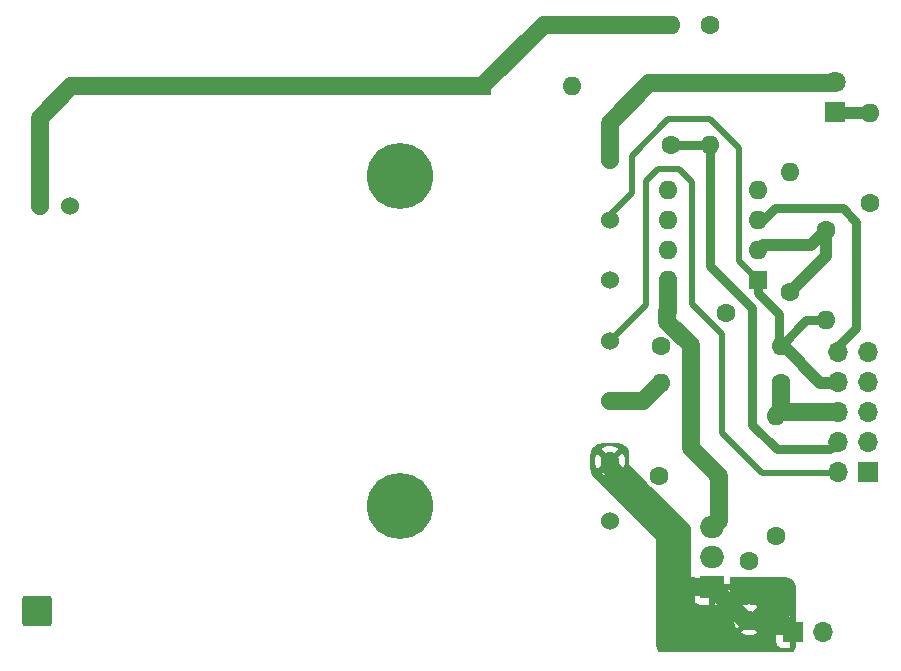
<source format=gbr>
%TF.GenerationSoftware,KiCad,Pcbnew,(6.0.5-0)*%
%TF.CreationDate,2022-06-29T07:05:30+01:00*%
%TF.ProjectId,revised_minh_design,72657669-7365-4645-9f6d-696e685f6465,rev?*%
%TF.SameCoordinates,Original*%
%TF.FileFunction,Copper,L1,Top*%
%TF.FilePolarity,Positive*%
%FSLAX46Y46*%
G04 Gerber Fmt 4.6, Leading zero omitted, Abs format (unit mm)*
G04 Created by KiCad (PCBNEW (6.0.5-0)) date 2022-06-29 07:05:30*
%MOMM*%
%LPD*%
G01*
G04 APERTURE LIST*
G04 Aperture macros list*
%AMRoundRect*
0 Rectangle with rounded corners*
0 $1 Rounding radius*
0 $2 $3 $4 $5 $6 $7 $8 $9 X,Y pos of 4 corners*
0 Add a 4 corners polygon primitive as box body*
4,1,4,$2,$3,$4,$5,$6,$7,$8,$9,$2,$3,0*
0 Add four circle primitives for the rounded corners*
1,1,$1+$1,$2,$3*
1,1,$1+$1,$4,$5*
1,1,$1+$1,$6,$7*
1,1,$1+$1,$8,$9*
0 Add four rect primitives between the rounded corners*
20,1,$1+$1,$2,$3,$4,$5,0*
20,1,$1+$1,$4,$5,$6,$7,0*
20,1,$1+$1,$6,$7,$8,$9,0*
20,1,$1+$1,$8,$9,$2,$3,0*%
G04 Aperture macros list end*
%TA.AperFunction,ComponentPad*%
%ADD10C,1.600000*%
%TD*%
%TA.AperFunction,ComponentPad*%
%ADD11O,1.600000X1.600000*%
%TD*%
%TA.AperFunction,ComponentPad*%
%ADD12R,1.600000X1.600000*%
%TD*%
%TA.AperFunction,ComponentPad*%
%ADD13C,5.600000*%
%TD*%
%TA.AperFunction,ComponentPad*%
%ADD14R,1.800000X1.800000*%
%TD*%
%TA.AperFunction,ComponentPad*%
%ADD15C,1.800000*%
%TD*%
%TA.AperFunction,ComponentPad*%
%ADD16C,1.524000*%
%TD*%
%TA.AperFunction,ComponentPad*%
%ADD17R,2.000000X1.905000*%
%TD*%
%TA.AperFunction,ComponentPad*%
%ADD18O,2.000000X1.905000*%
%TD*%
%TA.AperFunction,ComponentPad*%
%ADD19R,1.700000X1.700000*%
%TD*%
%TA.AperFunction,ComponentPad*%
%ADD20O,1.700000X1.700000*%
%TD*%
%TA.AperFunction,ComponentPad*%
%ADD21RoundRect,0.249999X1.025001X-1.025001X1.025001X1.025001X-1.025001X1.025001X-1.025001X-1.025001X0*%
%TD*%
%TA.AperFunction,Conductor*%
%ADD22C,1.500000*%
%TD*%
%TA.AperFunction,Conductor*%
%ADD23C,1.000000*%
%TD*%
%TA.AperFunction,Conductor*%
%ADD24C,0.500000*%
%TD*%
%TA.AperFunction,Conductor*%
%ADD25C,0.800000*%
%TD*%
G04 APERTURE END LIST*
D10*
%TO.P,R4,1*%
%TO.N,SGND*%
X188264800Y-41605200D03*
D11*
%TO.P,R4,2*%
%TO.N,Net-(D2-Pad1)*%
X188264800Y-33985200D03*
%TD*%
D10*
%TO.P,R1,1*%
%TO.N,Net-(R1-Pad1)*%
X181483000Y-49149000D03*
D11*
%TO.P,R1,2*%
%TO.N,SGND*%
X181483000Y-38989000D03*
%TD*%
D12*
%TO.P,D1,1,K*%
%TO.N,VMON*%
X155448000Y-31750000D03*
D11*
%TO.P,D1,2,A*%
%TO.N,SGND*%
X163068000Y-31750000D03*
%TD*%
D10*
%TO.P,C1,1*%
%TO.N,+12V*%
X178054000Y-76922000D03*
%TO.P,C1,2*%
%TO.N,SGND*%
X178054000Y-71922000D03*
%TD*%
%TO.P,R7,1*%
%TO.N,IMON_3V3*%
X180721000Y-56896000D03*
D11*
%TO.P,R7,2*%
%TO.N,IMON*%
X170561000Y-56896000D03*
%TD*%
D10*
%TO.P,R5,1*%
%TO.N,VMON_3V3*%
X171450000Y-36703000D03*
D11*
%TO.P,R5,2*%
%TO.N,VMON*%
X171450000Y-26543000D03*
%TD*%
D13*
%TO.P, ,1*%
%TO.N,SGND*%
X148463000Y-67310000D03*
%TD*%
D14*
%TO.P,D2,1,K*%
%TO.N,Net-(D2-Pad1)*%
X185267600Y-33939400D03*
D15*
%TO.P,D2,2,A*%
%TO.N,Net-(D2-Pad2)*%
X185267600Y-31399400D03*
%TD*%
D13*
%TO.P, ,1*%
%TO.N,SGND*%
X148463000Y-39370000D03*
%TD*%
D16*
%TO.P,U4,1,DC_INPUT_POWER_GROUND*%
%TO.N,SGND*%
X166243000Y-68584000D03*
%TO.P,U4,2,DC_INPUT_POWER*%
%TO.N,+12V*%
X166243000Y-63480000D03*
%TO.P,U4,2-1,HV_RTN*%
%TO.N,Net-(J2-Pad1)*%
X120523000Y-41910000D03*
%TO.P,U4,2-2,Vmon*%
%TO.N,VMON*%
X117983000Y-41910000D03*
%TO.P,U4,3,Imon*%
%TO.N,IMON*%
X166243000Y-58380000D03*
%TO.P,U4,4,HV_ENABLE*%
%TO.N,ENABLE*%
X166243000Y-53280000D03*
%TO.P,U4,5,SIGNAL_GROUND_RET*%
%TO.N,SGND*%
X166243000Y-48180000D03*
%TO.P,U4,6,Vprog*%
%TO.N,VPGM*%
X166243000Y-43080000D03*
%TO.P,U4,7,5VDC_REF*%
%TO.N,Net-(D2-Pad2)*%
X166243000Y-37980000D03*
%TD*%
D17*
%TO.P,U1,1,VI*%
%TO.N,+12V*%
X174935000Y-74168000D03*
D18*
%TO.P,U1,2,GND*%
%TO.N,SGND*%
X174935000Y-71628000D03*
%TO.P,U1,3,VO*%
%TO.N,+5V*%
X174935000Y-69088000D03*
%TD*%
D10*
%TO.P,C2,1*%
%TO.N,+5V*%
X175423200Y-64770000D03*
%TO.P,C2,2*%
%TO.N,SGND*%
X170423200Y-64770000D03*
%TD*%
%TO.P,C3,1*%
%TO.N,+5V*%
X171109000Y-50927000D03*
%TO.P,C3,2*%
%TO.N,SGND*%
X176109000Y-50927000D03*
%TD*%
%TO.P,R6,1*%
%TO.N,SGND*%
X174752000Y-26543000D03*
D11*
%TO.P,R6,2*%
%TO.N,VMON_3V3*%
X174752000Y-36703000D03*
%TD*%
D10*
%TO.P,R8,1*%
%TO.N,SGND*%
X180289200Y-69799200D03*
D11*
%TO.P,R8,2*%
%TO.N,IMON_3V3*%
X180289200Y-59639200D03*
%TD*%
D10*
%TO.P,R3,1*%
%TO.N,SGND*%
X170561000Y-53721000D03*
D11*
%TO.P,R3,2*%
%TO.N,VPGM*%
X180721000Y-53721000D03*
%TD*%
D19*
%TO.P,J3,1,Pin_1*%
%TO.N,+12V*%
X181711600Y-77927200D03*
D20*
%TO.P,J3,2,Pin_2*%
%TO.N,SGND*%
X184251600Y-77927200D03*
%TD*%
D10*
%TO.P,R2,1*%
%TO.N,Net-(R1-Pad1)*%
X184531000Y-43942000D03*
D11*
%TO.P,R2,2*%
%TO.N,VPGM*%
X184531000Y-51562000D03*
%TD*%
D12*
%TO.P,U2,1*%
%TO.N,VPGM*%
X178806000Y-48123000D03*
D11*
%TO.P,U2,2,-*%
%TO.N,Net-(R1-Pad1)*%
X178806000Y-45583000D03*
%TO.P,U2,3,+*%
%TO.N,DAC_SIG*%
X178806000Y-43043000D03*
%TO.P,U2,4,V-*%
%TO.N,SGND*%
X178806000Y-40503000D03*
%TO.P,U2,5,+*%
%TO.N,unconnected-(U2-Pad5)*%
X171186000Y-40503000D03*
%TO.P,U2,6,-*%
%TO.N,unconnected-(U2-Pad6)*%
X171186000Y-43043000D03*
%TO.P,U2,7*%
%TO.N,unconnected-(U2-Pad7)*%
X171186000Y-45583000D03*
%TO.P,U2,8,V+*%
%TO.N,+5V*%
X171186000Y-48123000D03*
%TD*%
D21*
%TO.P,J2,1,Pin_1*%
%TO.N,Net-(J2-Pad1)*%
X117704000Y-76200000D03*
%TD*%
D19*
%TO.P,J1,1,Pin_1*%
%TO.N,SGND*%
X188132400Y-64435200D03*
D20*
%TO.P,J1,2,Pin_2*%
%TO.N,ENABLE*%
X185592400Y-64435200D03*
%TO.P,J1,3,Pin_3*%
%TO.N,SGND*%
X188132400Y-61895200D03*
%TO.P,J1,4,Pin_4*%
%TO.N,VMON_3V3*%
X185592400Y-61895200D03*
%TO.P,J1,5,Pin_5*%
%TO.N,SGND*%
X188132400Y-59355200D03*
%TO.P,J1,6,Pin_6*%
%TO.N,IMON_3V3*%
X185592400Y-59355200D03*
%TO.P,J1,7,Pin_7*%
%TO.N,SGND*%
X188132400Y-56815200D03*
%TO.P,J1,8,Pin_8*%
%TO.N,VPGM*%
X185592400Y-56815200D03*
%TO.P,J1,9,Pin_9*%
%TO.N,SGND*%
X188132400Y-54275200D03*
%TO.P,J1,10,Pin_10*%
%TO.N,DAC_SIG*%
X185592400Y-54275200D03*
%TD*%
D22*
%TO.N,VMON*%
X171450000Y-26543000D02*
X171424600Y-26568400D01*
X171424600Y-26568400D02*
X160629600Y-26568400D01*
X160629600Y-26568400D02*
X155448000Y-31750000D01*
D23*
X171450000Y-26543000D02*
X171475400Y-26568400D01*
D22*
%TO.N,IMON*%
X170561000Y-56896000D02*
X169077000Y-58380000D01*
X169077000Y-58380000D02*
X166243000Y-58380000D01*
%TO.N,Net-(D2-Pad2)*%
X185267600Y-31399400D02*
X185171000Y-31496000D01*
X169570400Y-31496000D02*
X166243000Y-34823400D01*
X185171000Y-31496000D02*
X169570400Y-31496000D01*
X166243000Y-34823400D02*
X166243000Y-37980000D01*
D24*
%TO.N,VPGM*%
X178816000Y-48133000D02*
X177190400Y-46507400D01*
X171196000Y-34544000D02*
X168097200Y-37642800D01*
X168097200Y-37642800D02*
X168097200Y-40817800D01*
X168097200Y-40817800D02*
X166243000Y-42672000D01*
X177190400Y-46507400D02*
X177190400Y-36982400D01*
X177190400Y-36982400D02*
X174752000Y-34544000D01*
X174752000Y-34544000D02*
X171196000Y-34544000D01*
D23*
%TO.N,Net-(D2-Pad1)*%
X185267600Y-33939400D02*
X185313400Y-33985200D01*
X185313400Y-33985200D02*
X188264800Y-33985200D01*
D22*
%TO.N,+12V*%
X166243000Y-63480000D02*
X166243000Y-64008000D01*
X166243000Y-64008000D02*
X171577000Y-69342000D01*
X174935000Y-74168000D02*
X177754511Y-76987511D01*
X177754511Y-76987511D02*
X180771911Y-76987511D01*
X171577000Y-69342000D02*
X171577000Y-74168000D01*
X180771911Y-76987511D02*
X181711600Y-77927200D01*
X171577000Y-74168000D02*
X174935000Y-74168000D01*
%TO.N,+5V*%
X171196000Y-50840000D02*
X171109000Y-50927000D01*
X175463200Y-64770000D02*
X175463200Y-68559800D01*
X171109000Y-50927000D02*
X171109000Y-51678200D01*
X173101000Y-62407800D02*
X175463200Y-64770000D01*
X171109000Y-51678200D02*
X173101000Y-53670200D01*
X173101000Y-53670200D02*
X173101000Y-62407800D01*
X175463200Y-68559800D02*
X174935000Y-69088000D01*
X171196000Y-48133000D02*
X171196000Y-50840000D01*
X171186000Y-48123000D02*
X171196000Y-48133000D01*
D23*
%TO.N,VPGM*%
X180949600Y-53746400D02*
X184069200Y-56866000D01*
X184069200Y-56866000D02*
X185389200Y-56866000D01*
D25*
X180721000Y-53721000D02*
X182880000Y-51562000D01*
X180594000Y-53721000D02*
X180721000Y-53721000D01*
D23*
X180721800Y-53746400D02*
X180949600Y-53746400D01*
D25*
X178816000Y-49276000D02*
X178816000Y-48133000D01*
X180594000Y-53721000D02*
X180594000Y-51054000D01*
X180594000Y-51054000D02*
X178816000Y-49276000D01*
X182880000Y-51562000D02*
X184531000Y-51562000D01*
D23*
%TO.N,Net-(R1-Pad1)*%
X183271000Y-45202000D02*
X179187000Y-45202000D01*
X179187000Y-45202000D02*
X178806000Y-45583000D01*
X184531000Y-46101000D02*
X184531000Y-43942000D01*
X184531000Y-43942000D02*
X183271000Y-45202000D01*
X181483000Y-49149000D02*
X184531000Y-46101000D01*
D25*
%TO.N,DAC_SIG*%
X187096400Y-52222400D02*
X187096400Y-43205400D01*
X185592400Y-53726400D02*
X187096400Y-52222400D01*
X185592400Y-54275200D02*
X185592400Y-53726400D01*
X180187600Y-42062400D02*
X179207000Y-43043000D01*
X187096400Y-43205400D02*
X185953400Y-42062400D01*
X185953400Y-42062400D02*
X180187600Y-42062400D01*
D22*
%TO.N,VMON*%
X117983000Y-34417000D02*
X120650000Y-31750000D01*
X120650000Y-31750000D02*
X155448000Y-31750000D01*
X117983000Y-41910000D02*
X117983000Y-34417000D01*
D25*
%TO.N,VMON_3V3*%
X185389200Y-61946000D02*
X185541600Y-61946000D01*
X178308000Y-50546000D02*
X178308000Y-60401200D01*
X178308000Y-60401200D02*
X180390800Y-62484000D01*
X184851200Y-62484000D02*
X185389200Y-61946000D01*
X171450000Y-36703000D02*
X174752000Y-36703000D01*
X174752000Y-46990000D02*
X178308000Y-50546000D01*
X180390800Y-62484000D02*
X184851200Y-62484000D01*
X174752000Y-36703000D02*
X174752000Y-46990000D01*
D22*
%TO.N,IMON_3V3*%
X180721000Y-59207400D02*
X180573200Y-59355200D01*
X180573200Y-59355200D02*
X185541600Y-59355200D01*
X180721000Y-56896000D02*
X180721000Y-59207400D01*
D24*
%TO.N,ENABLE*%
X172110400Y-38760400D02*
X170332400Y-38760400D01*
X173228000Y-39878000D02*
X172110400Y-38760400D01*
X175768000Y-52679600D02*
X173228000Y-50139600D01*
X185541600Y-64486000D02*
X179167000Y-64486000D01*
X169291000Y-50232000D02*
X166243000Y-53280000D01*
X179167000Y-64486000D02*
X175768000Y-61087000D01*
X175768000Y-61087000D02*
X175768000Y-52679600D01*
X170332400Y-38760400D02*
X169291000Y-39801800D01*
X169291000Y-39801800D02*
X169291000Y-50232000D01*
X173228000Y-50139600D02*
X173228000Y-39878000D01*
%TD*%
%TA.AperFunction,Conductor*%
%TO.N,+12V*%
G36*
X167008488Y-61976393D02*
G01*
X167195824Y-61997501D01*
X167209464Y-62000614D01*
X167351557Y-62050334D01*
X167384079Y-62061714D01*
X167396688Y-62067787D01*
X167553320Y-62166206D01*
X167564262Y-62174932D01*
X167695068Y-62305738D01*
X167703794Y-62316680D01*
X167802213Y-62473312D01*
X167808285Y-62485920D01*
X167845866Y-62593317D01*
X167869386Y-62660534D01*
X167872500Y-62674179D01*
X167893607Y-62861512D01*
X167894000Y-62868510D01*
X167894000Y-63754000D01*
X169358958Y-65218958D01*
X169371523Y-65236985D01*
X169422569Y-65347714D01*
X169544605Y-65520391D01*
X169696065Y-65667937D01*
X169871877Y-65785411D01*
X169954704Y-65820996D01*
X169974226Y-65834226D01*
X172805933Y-68665933D01*
X172810052Y-68670477D01*
X172928566Y-68814886D01*
X172935373Y-68825074D01*
X173021977Y-68987099D01*
X173026666Y-68998418D01*
X173079999Y-69174234D01*
X173082389Y-69186251D01*
X173100699Y-69372158D01*
X173101000Y-69378284D01*
X173101000Y-73279000D01*
X173427000Y-73279000D01*
X173427000Y-73901569D01*
X173430641Y-73910359D01*
X173439431Y-73914000D01*
X176430568Y-73914000D01*
X176439358Y-73910359D01*
X176442999Y-73901569D01*
X176442999Y-73341500D01*
X176461305Y-73297306D01*
X176505499Y-73279000D01*
X181013330Y-73279000D01*
X181019456Y-73279301D01*
X181205366Y-73297612D01*
X181217375Y-73300000D01*
X181354183Y-73341500D01*
X181393195Y-73353334D01*
X181404514Y-73358023D01*
X181566539Y-73444627D01*
X181576726Y-73451434D01*
X181718748Y-73567988D01*
X181727412Y-73576652D01*
X181843966Y-73718674D01*
X181850773Y-73728861D01*
X181937377Y-73890886D01*
X181942066Y-73902205D01*
X181995399Y-74078021D01*
X181997789Y-74090038D01*
X182016099Y-74275944D01*
X182016400Y-74282070D01*
X182016400Y-76511546D01*
X181998094Y-76555740D01*
X181977819Y-76569288D01*
X181969241Y-76572841D01*
X181965600Y-76581631D01*
X181965600Y-79285199D01*
X181964866Y-79285199D01*
X181966307Y-79296881D01*
X181955480Y-79332573D01*
X181955480Y-79332574D01*
X181942066Y-79376795D01*
X181937377Y-79388114D01*
X181850771Y-79550142D01*
X181843964Y-79560329D01*
X181789537Y-79626649D01*
X181747350Y-79649199D01*
X181741224Y-79649500D01*
X170455176Y-79649500D01*
X170410982Y-79631194D01*
X170406863Y-79626649D01*
X170352436Y-79560329D01*
X170345629Y-79550142D01*
X170259023Y-79388114D01*
X170254334Y-79376795D01*
X170225444Y-79281558D01*
X170201000Y-79200975D01*
X170198611Y-79188962D01*
X170193449Y-79136544D01*
X170180301Y-79003056D01*
X170180000Y-78996930D01*
X170180000Y-78823596D01*
X180353601Y-78823596D01*
X180353783Y-78826966D01*
X180359925Y-78883510D01*
X180361724Y-78891078D01*
X180409864Y-79019491D01*
X180414099Y-79027226D01*
X180496028Y-79136544D01*
X180502256Y-79142772D01*
X180611574Y-79224701D01*
X180619309Y-79228936D01*
X180747725Y-79277077D01*
X180755289Y-79278875D01*
X180811830Y-79285017D01*
X180815198Y-79285200D01*
X181445169Y-79285199D01*
X181453959Y-79281558D01*
X181457600Y-79272768D01*
X181457600Y-78193631D01*
X181453959Y-78184841D01*
X181445169Y-78181200D01*
X180366032Y-78181200D01*
X180357242Y-78184841D01*
X180353601Y-78193631D01*
X180353601Y-78823596D01*
X170180000Y-78823596D01*
X170180000Y-78009099D01*
X177331260Y-78009099D01*
X177333364Y-78014178D01*
X177395270Y-78057525D01*
X177399973Y-78060240D01*
X177602456Y-78154660D01*
X177607566Y-78156520D01*
X177823365Y-78214343D01*
X177828719Y-78215287D01*
X178051280Y-78234758D01*
X178056720Y-78234758D01*
X178279281Y-78215287D01*
X178284635Y-78214343D01*
X178500434Y-78156520D01*
X178505544Y-78154660D01*
X178708027Y-78060240D01*
X178712730Y-78057525D01*
X178771706Y-78016229D01*
X178776818Y-78008205D01*
X178775629Y-78002839D01*
X178433559Y-77660769D01*
X180353600Y-77660769D01*
X180357241Y-77669559D01*
X180366031Y-77673200D01*
X181445169Y-77673200D01*
X181453959Y-77669559D01*
X181457600Y-77660769D01*
X181457600Y-76581631D01*
X181453959Y-76572841D01*
X181445169Y-76569200D01*
X180815204Y-76569201D01*
X180811834Y-76569383D01*
X180755290Y-76575525D01*
X180747722Y-76577324D01*
X180619309Y-76625464D01*
X180611574Y-76629699D01*
X180502256Y-76711628D01*
X180496028Y-76717856D01*
X180414099Y-76827174D01*
X180409864Y-76834909D01*
X180361723Y-76963325D01*
X180359925Y-76970889D01*
X180353783Y-77027430D01*
X180353600Y-77030798D01*
X180353600Y-77660769D01*
X178433559Y-77660769D01*
X178062790Y-77290000D01*
X178054000Y-77286359D01*
X178045210Y-77290000D01*
X177334901Y-78000309D01*
X177331260Y-78009099D01*
X170180000Y-78009099D01*
X170180000Y-76924720D01*
X176741242Y-76924720D01*
X176760713Y-77147281D01*
X176761657Y-77152635D01*
X176819480Y-77368434D01*
X176821340Y-77373544D01*
X176915760Y-77576027D01*
X176918475Y-77580730D01*
X176959771Y-77639706D01*
X176967795Y-77644818D01*
X176973161Y-77643629D01*
X177686000Y-76930790D01*
X177689641Y-76922000D01*
X178418359Y-76922000D01*
X178422000Y-76930790D01*
X179132309Y-77641099D01*
X179141099Y-77644740D01*
X179146178Y-77642636D01*
X179189525Y-77580730D01*
X179192240Y-77576027D01*
X179286660Y-77373544D01*
X179288520Y-77368434D01*
X179346343Y-77152635D01*
X179347287Y-77147281D01*
X179366758Y-76924720D01*
X179366758Y-76919280D01*
X179347287Y-76696719D01*
X179346343Y-76691365D01*
X179288520Y-76475566D01*
X179286660Y-76470456D01*
X179192240Y-76267973D01*
X179189525Y-76263270D01*
X179148229Y-76204294D01*
X179140205Y-76199182D01*
X179134839Y-76200371D01*
X178422000Y-76913210D01*
X178418359Y-76922000D01*
X177689641Y-76922000D01*
X177686000Y-76913210D01*
X176975691Y-76202901D01*
X176966901Y-76199260D01*
X176961822Y-76201364D01*
X176918475Y-76263270D01*
X176915760Y-76267973D01*
X176821340Y-76470456D01*
X176819480Y-76475566D01*
X176761657Y-76691365D01*
X176760713Y-76696719D01*
X176741242Y-76919280D01*
X176741242Y-76924720D01*
X170180000Y-76924720D01*
X170180000Y-75835795D01*
X177331182Y-75835795D01*
X177332371Y-75841161D01*
X178045210Y-76554000D01*
X178054000Y-76557641D01*
X178062790Y-76554000D01*
X178773099Y-75843691D01*
X178776740Y-75834901D01*
X178774636Y-75829822D01*
X178712730Y-75786475D01*
X178708027Y-75783760D01*
X178505544Y-75689340D01*
X178500434Y-75687480D01*
X178284635Y-75629657D01*
X178279281Y-75628713D01*
X178056720Y-75609242D01*
X178051280Y-75609242D01*
X177828719Y-75628713D01*
X177823365Y-75629657D01*
X177607566Y-75687480D01*
X177602456Y-75689340D01*
X177399973Y-75783760D01*
X177395270Y-75786475D01*
X177336294Y-75827771D01*
X177331182Y-75835795D01*
X170180000Y-75835795D01*
X170180000Y-75166896D01*
X173427001Y-75166896D01*
X173427183Y-75170266D01*
X173433325Y-75226810D01*
X173435124Y-75234378D01*
X173483264Y-75362791D01*
X173487499Y-75370526D01*
X173569428Y-75479844D01*
X173575656Y-75486072D01*
X173684974Y-75568001D01*
X173692709Y-75572236D01*
X173821125Y-75620377D01*
X173828689Y-75622175D01*
X173885230Y-75628317D01*
X173888598Y-75628500D01*
X174668569Y-75628500D01*
X174677359Y-75624859D01*
X174681000Y-75616069D01*
X174681000Y-75616068D01*
X175189000Y-75616068D01*
X175192641Y-75624858D01*
X175201431Y-75628499D01*
X175981396Y-75628499D01*
X175984766Y-75628317D01*
X176041310Y-75622175D01*
X176048878Y-75620376D01*
X176177291Y-75572236D01*
X176185026Y-75568001D01*
X176294344Y-75486072D01*
X176300572Y-75479844D01*
X176382501Y-75370526D01*
X176386736Y-75362791D01*
X176434877Y-75234375D01*
X176436675Y-75226811D01*
X176442817Y-75170270D01*
X176443000Y-75166902D01*
X176443000Y-74434431D01*
X176439359Y-74425641D01*
X176430569Y-74422000D01*
X175201431Y-74422000D01*
X175192641Y-74425641D01*
X175189000Y-74434431D01*
X175189000Y-75616068D01*
X174681000Y-75616068D01*
X174681000Y-74434431D01*
X174677359Y-74425641D01*
X174668569Y-74422000D01*
X173439432Y-74422000D01*
X173430642Y-74425641D01*
X173427001Y-74434431D01*
X173427001Y-75166896D01*
X170180000Y-75166896D01*
X170180000Y-70104000D01*
X164887067Y-64811067D01*
X164882948Y-64806523D01*
X164764434Y-64662114D01*
X164757627Y-64651926D01*
X164697703Y-64539815D01*
X165547544Y-64539815D01*
X165549648Y-64544893D01*
X165603337Y-64582486D01*
X165608048Y-64585207D01*
X165804502Y-64676815D01*
X165809612Y-64678675D01*
X166018988Y-64734777D01*
X166024342Y-64735721D01*
X166240280Y-64754613D01*
X166245720Y-64754613D01*
X166461658Y-64735721D01*
X166467012Y-64734777D01*
X166676388Y-64678675D01*
X166681498Y-64676815D01*
X166877952Y-64585207D01*
X166882663Y-64582486D01*
X166933421Y-64546946D01*
X166938533Y-64538921D01*
X166937343Y-64533553D01*
X166251790Y-63848000D01*
X166243000Y-63844359D01*
X166234210Y-63848000D01*
X165551185Y-64531025D01*
X165547544Y-64539815D01*
X164697703Y-64539815D01*
X164671023Y-64489901D01*
X164666334Y-64478582D01*
X164613001Y-64302766D01*
X164610611Y-64290749D01*
X164599264Y-64175533D01*
X164592301Y-64104842D01*
X164592000Y-64098716D01*
X164592000Y-63482720D01*
X164968387Y-63482720D01*
X164987279Y-63698658D01*
X164988223Y-63704012D01*
X165044325Y-63913388D01*
X165046185Y-63918497D01*
X165137793Y-64114951D01*
X165140514Y-64119662D01*
X165176053Y-64170420D01*
X165184079Y-64175533D01*
X165189447Y-64174343D01*
X165875000Y-63488790D01*
X165878641Y-63480000D01*
X166607359Y-63480000D01*
X166611000Y-63488790D01*
X167294025Y-64171815D01*
X167302815Y-64175456D01*
X167307893Y-64173352D01*
X167345486Y-64119662D01*
X167348207Y-64114951D01*
X167439815Y-63918497D01*
X167441675Y-63913388D01*
X167497777Y-63704012D01*
X167498721Y-63698658D01*
X167517613Y-63482720D01*
X167517613Y-63477280D01*
X167498721Y-63261342D01*
X167497777Y-63255988D01*
X167441675Y-63046612D01*
X167439815Y-63041503D01*
X167348207Y-62845049D01*
X167345486Y-62840338D01*
X167309947Y-62789580D01*
X167301921Y-62784467D01*
X167296553Y-62785657D01*
X166611000Y-63471210D01*
X166607359Y-63480000D01*
X165878641Y-63480000D01*
X165875000Y-63471210D01*
X165191975Y-62788185D01*
X165183185Y-62784544D01*
X165178107Y-62786648D01*
X165140514Y-62840338D01*
X165137793Y-62845049D01*
X165046185Y-63041503D01*
X165044325Y-63046612D01*
X164988223Y-63255988D01*
X164987279Y-63261342D01*
X164968387Y-63477280D01*
X164968387Y-63482720D01*
X164592000Y-63482720D01*
X164592000Y-62979070D01*
X164592301Y-62972944D01*
X164602587Y-62868510D01*
X164610612Y-62787034D01*
X164613001Y-62775021D01*
X164666334Y-62599205D01*
X164671023Y-62587886D01*
X164757627Y-62425861D01*
X164760822Y-62421079D01*
X165547467Y-62421079D01*
X165548657Y-62426447D01*
X166234210Y-63112000D01*
X166243000Y-63115641D01*
X166251790Y-63112000D01*
X166934815Y-62428975D01*
X166938456Y-62420185D01*
X166936352Y-62415107D01*
X166882663Y-62377514D01*
X166877952Y-62374793D01*
X166681498Y-62283185D01*
X166676388Y-62281325D01*
X166467012Y-62225223D01*
X166461658Y-62224279D01*
X166245720Y-62205387D01*
X166240280Y-62205387D01*
X166024342Y-62224279D01*
X166018988Y-62225223D01*
X165809612Y-62281325D01*
X165804503Y-62283185D01*
X165608049Y-62374793D01*
X165603338Y-62377514D01*
X165552580Y-62413053D01*
X165547467Y-62421079D01*
X164760822Y-62421079D01*
X164764434Y-62415674D01*
X164880988Y-62273652D01*
X164889652Y-62264988D01*
X165031674Y-62148434D01*
X165041861Y-62141627D01*
X165203886Y-62055023D01*
X165215205Y-62050334D01*
X165246260Y-62040913D01*
X165391025Y-61997000D01*
X165403034Y-61994612D01*
X165588944Y-61976301D01*
X165595070Y-61976000D01*
X167001490Y-61976000D01*
X167008488Y-61976393D01*
G37*
%TD.AperFunction*%
%TD*%
M02*

</source>
